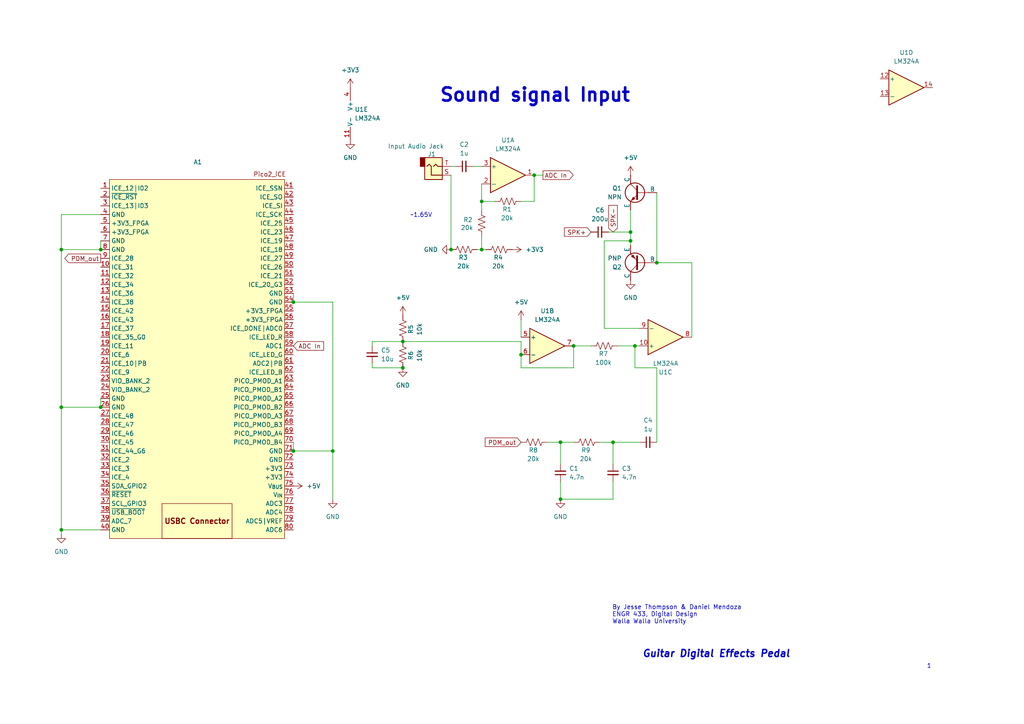
<source format=kicad_sch>
(kicad_sch (version 20250114) (generator "eeschema") (generator_version "9.0")
  (paper "A4")
  (lib_symbols
    (symbol "Amplifier_Operational:LM324A" (pin_names (offset 0.127))
      (property "Reference" "U" (at 0 5.08 0))
      (property "Value" "LM324A" (at 0 -5.08 0))
      (symbol "LM324A_1_1"
        (polyline (pts (xy -5.08 5.08) (xy 5.08 0) (xy -5.08 -5.08) (xy -5.08 5.08)) (stroke (width 0.254)) (fill (type background)))
        (pin input line (at -7.62 2.54 0) (length 2.54) (name "+") (number "3"))
        (pin input line (at -7.62 -2.54 0) (length 2.54) (name "-") (number "2"))
        (pin output line (at 7.62 0 180) (length 2.54) (name "~") (number "1"))
      )
      (symbol "LM324A_2_1"
        (polyline (pts (xy -5.08 5.08) (xy 5.08 0) (xy -5.08 -5.08) (xy -5.08 5.08)) (stroke (width 0.254)) (fill (type background)))
        (pin input line (at -7.62 2.54 0) (length 2.54) (name "+") (number "5"))
        (pin input line (at -7.62 -2.54 0) (length 2.54) (name "-") (number "6"))
        (pin output line (at 7.62 0 180) (length 2.54) (name "~") (number "7"))
      )
      (symbol "LM324A_3_1"
        (polyline (pts (xy -5.08 5.08) (xy 5.08 0) (xy -5.08 -5.08) (xy -5.08 5.08)) (stroke (width 0.254)) (fill (type background)))
        (pin input line (at -7.62 2.54 0) (length 2.54) (name "+") (number "10"))
        (pin input line (at -7.62 -2.54 0) (length 2.54) (name "-") (number "9"))
        (pin output line (at 7.62 0 180) (length 2.54) (name "~") (number "8"))
      )
      (symbol "LM324A_4_1"
        (polyline (pts (xy -5.08 5.08) (xy 5.08 0) (xy -5.08 -5.08) (xy -5.08 5.08)) (stroke (width 0.254)) (fill (type background)))
        (pin input line (at -7.62 2.54 0) (length 2.54) (name "+") (number "12"))
        (pin input line (at -7.62 -2.54 0) (length 2.54) (name "-") (number "13"))
        (pin output line (at 7.62 0 180) (length 2.54) (name "~") (number "14"))
      )
      (symbol "LM324A_5_1"
        (pin power_in line (at -2.54 7.62 270) (length 3.81) (name "V+") (number "4"))
        (pin power_in line (at -2.54 -7.62 90) (length 3.81) (name "V-") (number "11"))
      )
    )
    (symbol "Connector_Audio:NJ2FD-V"
      (property "Reference" "J" (at 0 8.89 0))
      (property "Value" "NJ2FD-V" (at 0 6.35 0))
      (symbol "NJ2FD-V_0_1"
        (rectangle (start -3.81 0) (end -2.54 -2.54) (stroke (width 0.254)) (fill (type outline)))
        (rectangle (start -2.54 3.81) (end 2.54 -2.54) (stroke (width 0.254)) (fill (type background)))
        (polyline (pts (xy 0 0) (xy 0.635 -0.635) (xy 1.27 0) (xy 2.54 0)) (stroke (width 0.254)))
        (polyline (pts (xy 2.54 2.54) (xy -0.635 2.54) (xy -0.635 0) (xy -1.27 -0.635) (xy -1.905 0)) (stroke (width 0.254)))
      )
      (symbol "NJ2FD-V_1_1"
        (pin passive line (at 5.08 2.54 180) (length 2.54) (name "~") (number "S"))
        (pin passive line (at 5.08 0 180) (length 2.54) (name "~") (number "T"))
      )
    )
    (symbol "Device:C_Small" (pin_numbers (hide yes)) (pin_names (offset 0.254) (hide yes))
      (property "Reference" "C" (at 0.254 1.778 0))
      (property "Value" "C_Small" (at 0.254 -2.032 0))
      (symbol "C_Small_0_1"
        (polyline (pts (xy -1.524 0.508) (xy 1.524 0.508)) (stroke (width 0.3048)))
        (polyline (pts (xy -1.524 -0.508) (xy 1.524 -0.508)) (stroke (width 0.3302)))
      )
      (symbol "C_Small_1_1"
        (pin passive line (at 0 2.54 270) (length 2.032) (name "~") (number "1"))
        (pin passive line (at 0 -2.54 90) (length 2.032) (name "~") (number "2"))
      )
    )
    (symbol "Device:R_US" (pin_numbers (hide yes)) (pin_names (offset 0))
      (property "Reference" "R" (at 2.54 0 90))
      (property "Value" "R_US" (at -2.54 0 90))
      (symbol "R_US_0_1"
        (polyline (pts (xy 0 2.286) (xy 0 2.54)))
        (polyline (pts (xy 0 2.286) (xy 1.016 1.905) (xy 0 1.524) (xy -1.016 1.143) (xy 0 0.762)))
        (polyline (pts (xy 0 0.762) (xy 1.016 0.381) (xy 0 0) (xy -1.016 -0.381) (xy 0 -0.762)))
        (polyline (pts (xy 0 -0.762) (xy 1.016 -1.143) (xy 0 -1.524) (xy -1.016 -1.905) (xy 0 -2.286)))
        (polyline (pts (xy 0 -2.286) (xy 0 -2.54)))
      )
      (symbol "R_US_1_1"
        (pin passive line (at 0 3.81 270) (length 1.27) (name "~") (number "1"))
        (pin passive line (at 0 -3.81 90) (length 1.27) (name "~") (number "2"))
      )
    )
    (symbol "MCU_Module:Pico2_iCE"
      (property "Reference" "A" (at -24.638 51.308 0))
      (symbol "Pico2_iCE_1_1"
        (rectangle (start -25.4 49.53) (end 25.4 -54.61) (fill (type background)))
        (rectangle (start -10.16 -54.61) (end 10.16 -44.45))
        (text "USBC Connector" (at 0 -49.53 0) (effects (font (size 1.524 1.524) (thickness 0.3048) (bold yes))))
        (text "Pico2_iCE" (at 21.082 51.054 0) (effects (font (size 1.27 1.27))))
        (pin bidirectional line (at -27.94 46.99 0) (length 2.54) (name "ICE_12|I02") (number "1"))
        (pin input line (at -27.94 44.45 0) (length 2.54) (name "~{ICE_RST}") (number "2"))
        (pin bidirectional line (at -27.94 41.91 0) (length 2.54) (name "ICE_13|I03") (number "3"))
        (pin bidirectional line (at -27.94 39.37 0) (length 2.54) (name "GND") (number "4"))
        (pin output line (at -27.94 36.83 0) (length 2.54) (name "+3V3_FPGA") (number "5"))
        (pin output line (at -27.94 34.29 0) (length 2.54) (name "+3V3_FPGA") (number "6"))
        (pin bidirectional line (at -27.94 31.75 0) (length 2.54) (name "GND") (number "7"))
        (pin bidirectional line (at -27.94 29.21 0) (length 2.54) (name "GND") (number "8"))
        (pin bidirectional line (at -27.94 26.67 0) (length 2.54) (name "ICE_28") (number "9"))
        (pin bidirectional line (at -27.94 24.13 0) (length 2.54) (name "ICE_31") (number "10"))
        (pin bidirectional line (at -27.94 21.59 0) (length 2.54) (name "ICE_32") (number "11"))
        (pin bidirectional line (at -27.94 19.05 0) (length 2.54) (name "ICE_34") (number "12"))
        (pin bidirectional line (at -27.94 16.51 0) (length 2.54) (name "ICE_36") (number "13"))
        (pin bidirectional line (at -27.94 13.97 0) (length 2.54) (name "ICE_38") (number "14"))
        (pin bidirectional line (at -27.94 11.43 0) (length 2.54) (name "ICE_42") (number "15"))
        (pin bidirectional line (at -27.94 8.89 0) (length 2.54) (name "ICE_43") (number "16"))
        (pin bidirectional line (at -27.94 6.35 0) (length 2.54) (name "ICE_37") (number "17"))
        (pin bidirectional line (at -27.94 3.81 0) (length 2.54) (name "ICE_35_G0") (number "18"))
        (pin bidirectional line (at -27.94 1.27 0) (length 2.54) (name "ICE_11") (number "19"))
        (pin bidirectional line (at -27.94 -1.27 0) (length 2.54) (name "ICE_6") (number "20"))
        (pin bidirectional line (at -27.94 -3.81 0) (length 2.54) (name "ICE_10|PB") (number "21"))
        (pin bidirectional line (at -27.94 -6.35 0) (length 2.54) (name "ICE_9") (number "22"))
        (pin input line (at -27.94 -8.89 0) (length 2.54) (name "VIO_BANK_2") (number "23"))
        (pin input line (at -27.94 -11.43 0) (length 2.54) (name "VIO_BANK_2") (number "24"))
        (pin bidirectional line (at -27.94 -13.97 0) (length 2.54) (name "GND") (number "25"))
        (pin bidirectional line (at -27.94 -16.51 0) (length 2.54) (name "GND") (number "26"))
        (pin bidirectional line (at -27.94 -19.05 0) (length 2.54) (name "ICE_48") (number "27"))
        (pin bidirectional line (at -27.94 -21.59 0) (length 2.54) (name "ICE_47") (number "28"))
        (pin bidirectional line (at -27.94 -24.13 0) (length 2.54) (name "ICE_46") (number "29"))
        (pin bidirectional line (at -27.94 -26.67 0) (length 2.54) (name "ICE_45") (number "30"))
        (pin bidirectional line (at -27.94 -29.21 0) (length 2.54) (name "ICE_44_G6") (number "31"))
        (pin bidirectional line (at -27.94 -31.75 0) (length 2.54) (name "ICE_2") (number "32"))
        (pin bidirectional line (at -27.94 -34.29 0) (length 2.54) (name "ICE_3") (number "33"))
        (pin bidirectional line (at -27.94 -36.83 0) (length 2.54) (name "ICE_4") (number "34"))
        (pin bidirectional line (at -27.94 -39.37 0) (length 2.54) (name "SDA_GPIO2") (number "35"))
        (pin input line (at -27.94 -41.91 0) (length 2.54) (name "~{RESET}") (number "36"))
        (pin bidirectional line (at -27.94 -44.45 0) (length 2.54) (name "SCL_GPIO3") (number "37"))
        (pin input line (at -27.94 -46.99 0) (length 2.54) (name "~{USB_BOOT}") (number "38"))
        (pin input line (at -27.94 -49.53 0) (length 2.54) (name "ADC_7") (number "39"))
        (pin bidirectional line (at -27.94 -52.07 0) (length 2.54) (name "GND") (number "40"))
        (pin input line (at 27.94 46.99 180) (length 2.54) (name "ICE_SSN") (number "41"))
        (pin output line (at 27.94 44.45 180) (length 2.54) (name "ICE_SO") (number "42"))
        (pin input line (at 27.94 41.91 180) (length 2.54) (name "ICE_SI") (number "43"))
        (pin bidirectional line (at 27.94 39.37 180) (length 2.54) (name "ICE_SCK") (number "44"))
        (pin bidirectional line (at 27.94 36.83 180) (length 2.54) (name "ICE_25") (number "45"))
        (pin bidirectional line (at 27.94 34.29 180) (length 2.54) (name "ICE_23") (number "46"))
        (pin bidirectional line (at 27.94 31.75 180) (length 2.54) (name "ICE_19") (number "47"))
        (pin bidirectional line (at 27.94 29.21 180) (length 2.54) (name "ICE_18") (number "48"))
        (pin bidirectional line (at 27.94 26.67 180) (length 2.54) (name "ICE_27") (number "49"))
        (pin bidirectional line (at 27.94 24.13 180) (length 2.54) (name "ICE_26") (number "50"))
        (pin bidirectional line (at 27.94 21.59 180) (length 2.54) (name "ICE_21") (number "51"))
        (pin bidirectional line (at 27.94 19.05 180) (length 2.54) (name "ICE_20_G3") (number "52"))
        (pin bidirectional line (at 27.94 16.51 180) (length 2.54) (name "GND") (number "53"))
        (pin bidirectional line (at 27.94 13.97 180) (length 2.54) (name "GND") (number "54"))
        (pin output line (at 27.94 11.43 180) (length 2.54) (name "+3V3_FPGA") (number "55"))
        (pin output line (at 27.94 8.89 180) (length 2.54) (name "+3V3_FPGA") (number "56"))
        (pin bidirectional line (at 27.94 6.35 180) (length 2.54) (name "ICE_DONE|ADC0") (number "57"))
        (pin bidirectional line (at 27.94 3.81 180) (length 2.54) (name "ICE_LED_R") (number "58"))
        (pin input line (at 27.94 1.27 180) (length 2.54) (name "ADC1") (number "59"))
        (pin bidirectional line (at 27.94 -1.27 180) (length 2.54) (name "ICE_LED_G") (number "60"))
        (pin input line (at 27.94 -3.81 180) (length 2.54) (name "ADC2|PB") (number "61"))
        (pin bidirectional line (at 27.94 -6.35 180) (length 2.54) (name "ICE_LED_B") (number "62"))
        (pin bidirectional line (at 27.94 -8.89 180) (length 2.54) (name "PICO_PMOD_A1") (number "63"))
        (pin bidirectional line (at 27.94 -11.43 180) (length 2.54) (name "PICO_PMOD_B1") (number "64"))
        (pin bidirectional line (at 27.94 -13.97 180) (length 2.54) (name "PICO_PMOD_A2") (number "65"))
        (pin bidirectional line (at 27.94 -16.51 180) (length 2.54) (name "PICO_PMOD_B2") (number "66"))
        (pin bidirectional line (at 27.94 -19.05 180) (length 2.54) (name "PICO_PMOD_A3") (number "67"))
        (pin bidirectional line (at 27.94 -21.59 180) (length 2.54) (name "PICO_PMOD_B3") (number "68"))
        (pin bidirectional line (at 27.94 -24.13 180) (length 2.54) (name "PICO_PMOD_A4") (number "69"))
        (pin bidirectional line (at 27.94 -26.67 180) (length 2.54) (name "PICO_PMOD_B4") (number "70"))
        (pin bidirectional line (at 27.94 -29.21 180) (length 2.54) (name "GND") (number "71"))
        (pin bidirectional line (at 27.94 -31.75 180) (length 2.54) (name "GND") (number "72"))
        (pin output line (at 27.94 -34.29 180) (length 2.54) (name "+3V3") (number "73"))
        (pin output line (at 27.94 -36.83 180) (length 2.54) (name "+3V3") (number "74"))
        (pin bidirectional line (at 27.94 -39.37 180) (length 2.54) (name "V_{BUS}") (number "75"))
        (pin bidirectional line (at 27.94 -41.91 180) (length 2.54) (name "V_{IN}") (number "76"))
        (pin input line (at 27.94 -44.45 180) (length 2.54) (name "ADC3") (number "77"))
        (pin input line (at 27.94 -46.99 180) (length 2.54) (name "ADC4") (number "78"))
        (pin input line (at 27.94 -49.53 180) (length 2.54) (name "ADC5|VREF") (number "79"))
        (pin input line (at 27.94 -52.07 180) (length 2.54) (name "ADC6") (number "80"))
      )
    )
    (symbol "Simulation_SPICE:NPN" (pin_numbers (hide yes)) (pin_names (offset 0))
      (property "Reference" "Q" (at -2.54 7.62 0))
      (property "Value" "NPN" (at -2.54 5.08 0))
      (symbol "NPN_0_1"
        (polyline (pts (xy -2.54 0) (xy 0.635 0)) (stroke (width 0.1524)))
        (polyline (pts (xy 0.635 1.905) (xy 0.635 -1.905) (xy 0.635 -1.905)) (stroke (width 0.508)))
        (polyline (pts (xy 0.635 0.635) (xy 2.54 2.54)))
        (polyline (pts (xy 0.635 -0.635) (xy 2.54 -2.54) (xy 2.54 -2.54)))
        (circle (center 1.27 0) (radius 2.8194) (stroke (width 0.254)))
        (polyline (pts (xy 1.27 -1.778) (xy 1.778 -1.27) (xy 2.286 -2.286) (xy 1.27 -1.778) (xy 1.27 -1.778)) (fill (type outline)))
        (polyline (pts (xy 2.794 -1.27) (xy 2.794 -1.27)) (stroke (width 0.1524)))
        (polyline (pts (xy 2.794 -1.27) (xy 2.794 -1.27)) (stroke (width 0.1524)))
      )
      (symbol "NPN_1_1"
        (pin input line (at -5.08 0 0) (length 2.54) (name "B") (number "2"))
        (pin open_collector line (at 2.54 5.08 270) (length 2.54) (name "C") (number "1"))
        (pin open_emitter line (at 2.54 -5.08 90) (length 2.54) (name "E") (number "3"))
      )
    )
    (symbol "Simulation_SPICE:PNP" (pin_numbers (hide yes)) (pin_names (offset 0))
      (property "Reference" "Q" (at -2.54 7.62 0))
      (property "Value" "PNP" (at -2.54 5.08 0))
      (symbol "PNP_0_1"
        (polyline (pts (xy -2.54 0) (xy 0.635 0)) (stroke (width 0.1524)))
        (polyline (pts (xy 0.635 1.905) (xy 0.635 -1.905) (xy 0.635 -1.905)) (stroke (width 0.508)))
        (polyline (pts (xy 0.635 0.635) (xy 2.54 2.54)))
        (polyline (pts (xy 0.635 -0.635) (xy 2.54 -2.54) (xy 2.54 -2.54)))
        (circle (center 1.27 0) (radius 2.8194) (stroke (width 0.254)))
        (polyline (pts (xy 2.286 -1.778) (xy 1.778 -2.286) (xy 1.27 -1.27) (xy 2.286 -1.778) (xy 2.286 -1.778)) (fill (type outline)))
      )
      (symbol "PNP_1_1"
        (pin input line (at -5.08 0 0) (length 2.54) (name "B") (number "2"))
        (pin open_collector line (at 2.54 5.08 270) (length 2.54) (name "C") (number "1"))
        (pin open_emitter line (at 2.54 -5.08 90) (length 2.54) (name "E") (number "3"))
      )
    )
    (symbol "power:+3V3" (power) (pin_numbers (hide yes)) (pin_names (offset 0) (hide yes))
      (property "Value" "+3V3" (at 0 3.556 0))
      (symbol "+3V3_0_1"
        (polyline (pts (xy -0.762 1.27) (xy 0 2.54)))
        (polyline (pts (xy 0 2.54) (xy 0.762 1.27)))
        (polyline (pts (xy 0 0) (xy 0 2.54)))
      )
      (symbol "+3V3_1_1"
        (pin power_in line (at 0 0 90) (length 0) (name "~") (number "1"))
      )
    )
    (symbol "power:+5V" (power) (pin_numbers (hide yes)) (pin_names (offset 0) (hide yes))
      (property "Value" "+5V" (at 0 3.556 0))
      (symbol "+5V_0_1"
        (polyline (pts (xy -0.762 1.27) (xy 0 2.54)))
        (polyline (pts (xy 0 2.54) (xy 0.762 1.27)))
        (polyline (pts (xy 0 0) (xy 0 2.54)))
      )
      (symbol "+5V_1_1"
        (pin power_in line (at 0 0 90) (length 0) (name "~") (number "1"))
      )
    )
    (symbol "power:GND" (power) (pin_numbers (hide yes)) (pin_names (offset 0) (hide yes))
      (property "Value" "GND" (at 0 -3.81 0))
      (symbol "GND_0_1"
        (polyline (pts (xy 0 0) (xy 0 -1.27) (xy 1.27 -1.27) (xy 0 -2.54) (xy -1.27 -1.27) (xy 0 -1.27)))
      )
      (symbol "GND_1_1"
        (pin power_in line (at 0 0 270) (length 0) (name "~") (number "1"))
      )
    )
  )
  (text "Sound signal Input" (at 155.194 27.686 0) (effects (font (size 3.81 3.81) (thickness 0.762) (bold yes))))
  (text "~1.65V" (at 122.174 62.484 0) (effects (font (size 1.27 1.27))))
  (text "By Jesse Thompson & Daniel Mendoza\nENGR 433, Digital Design\nWalla Walla University" (at 177.546 178.308 0) (effects (font (size 1.27 1.27) (thickness 0.1588)) (justify left)))
  (text "Guitar Digital Effects Pedal" (at 207.772 189.738 0) (effects (font (size 2.032 2.032) (thickness 0.4064) (bold yes) (italic yes))))
  (text "1" (at 269.494 193.294 0) (effects (font (size 1.27 1.27))))
  (junction (at 116.84 99.06))
  (junction (at 96.52 130.81))
  (junction (at 17.78 72.39))
  (junction (at 151.13 102.87))
  (junction (at 130.81 72.39))
  (junction (at 29.21 118.11))
  (junction (at 166.37 100.33))
  (junction (at 116.84 106.68))
  (junction (at 182.88 69.85))
  (junction (at 154.94 50.8))
  (junction (at 139.7 72.39))
  (junction (at 162.56 144.78))
  (junction (at 85.09 130.81))
  (junction (at 162.56 128.27))
  (junction (at 190.5 76.2))
  (junction (at 85.09 87.63))
  (junction (at 182.88 67.31))
  (junction (at 184.15 100.33))
  (junction (at 29.21 72.39))
  (junction (at 17.78 153.67))
  (junction (at 139.7 58.42))
  (junction (at 177.8 128.27))
  (junction (at 17.78 118.11))
  (wire (pts (xy 139.7 68.58) (xy 139.7 72.39)))
  (wire (pts (xy 85.09 128.27) (xy 85.09 130.81)))
  (wire (pts (xy 177.8 128.27) (xy 177.8 134.62)))
  (wire (pts (xy 151.13 58.42) (xy 154.94 58.42)))
  (wire (pts (xy 85.09 130.81) (xy 96.52 130.81)))
  (wire (pts (xy 166.37 106.68) (xy 166.37 100.33)))
  (wire (pts (xy 116.84 99.06) (xy 151.13 99.06)))
  (wire (pts (xy 173.99 128.27) (xy 177.8 128.27)))
  (wire (pts (xy 107.95 106.68) (xy 116.84 106.68)))
  (wire (pts (xy 162.56 128.27) (xy 166.37 128.27)))
  (wire (pts (xy 162.56 128.27) (xy 162.56 134.62)))
  (wire (pts (xy 177.8 128.27) (xy 185.42 128.27)))
  (wire (pts (xy 139.7 53.34) (xy 139.7 58.42)))
  (wire (pts (xy 17.78 118.11) (xy 17.78 153.67)))
  (wire (pts (xy 158.75 128.27) (xy 162.56 128.27)))
  (wire (pts (xy 190.5 55.88) (xy 190.5 76.2)))
  (wire (pts (xy 29.21 72.39) (xy 17.78 72.39)))
  (wire (pts (xy 151.13 99.06) (xy 151.13 102.87)))
  (wire (pts (xy 29.21 115.57) (xy 29.21 118.11)))
  (wire (pts (xy 130.81 48.26) (xy 132.08 48.26)))
  (wire (pts (xy 139.7 48.26) (xy 137.16 48.26)))
  (wire (pts (xy 175.26 69.85) (xy 182.88 69.85)))
  (wire (pts (xy 166.37 100.33) (xy 171.45 100.33)))
  (wire (pts (xy 96.52 87.63) (xy 96.52 130.81)))
  (wire (pts (xy 151.13 102.87) (xy 151.13 106.68)))
  (wire (pts (xy 151.13 106.68) (xy 166.37 106.68)))
  (wire (pts (xy 17.78 62.23) (xy 17.78 72.39)))
  (wire (pts (xy 29.21 69.85) (xy 29.21 72.39)))
  (wire (pts (xy 107.95 100.33) (xy 107.95 99.06)))
  (wire (pts (xy 200.66 76.2) (xy 190.5 76.2)))
  (wire (pts (xy 29.21 118.11) (xy 17.78 118.11)))
  (wire (pts (xy 175.26 95.25) (xy 175.26 69.85)))
  (wire (pts (xy 190.5 106.68) (xy 184.15 106.68)))
  (wire (pts (xy 154.94 58.42) (xy 154.94 50.8)))
  (wire (pts (xy 177.8 139.7) (xy 177.8 144.78)))
  (wire (pts (xy 107.95 105.41) (xy 107.95 106.68)))
  (wire (pts (xy 29.21 62.23) (xy 17.78 62.23)))
  (wire (pts (xy 85.09 87.63) (xy 96.52 87.63)))
  (wire (pts (xy 107.95 99.06) (xy 116.84 99.06)))
  (wire (pts (xy 151.13 92.71) (xy 151.13 97.79)))
  (wire (pts (xy 139.7 58.42) (xy 143.51 58.42)))
  (wire (pts (xy 190.5 128.27) (xy 190.5 106.68)))
  (wire (pts (xy 139.7 72.39) (xy 140.97 72.39)))
  (wire (pts (xy 184.15 106.68) (xy 184.15 100.33)))
  (wire (pts (xy 182.88 60.96) (xy 182.88 67.31)))
  (wire (pts (xy 138.43 72.39) (xy 139.7 72.39)))
  (wire (pts (xy 139.7 60.96) (xy 139.7 58.42)))
  (wire (pts (xy 29.21 153.67) (xy 17.78 153.67)))
  (wire (pts (xy 179.07 100.33) (xy 184.15 100.33)))
  (wire (pts (xy 17.78 153.67) (xy 17.78 154.94)))
  (wire (pts (xy 182.88 67.31) (xy 182.88 69.85)))
  (wire (pts (xy 162.56 139.7) (xy 162.56 144.78)))
  (wire (pts (xy 182.88 69.85) (xy 182.88 71.12)))
  (wire (pts (xy 185.42 95.25) (xy 175.26 95.25)))
  (wire (pts (xy 96.52 130.81) (xy 96.52 144.78)))
  (wire (pts (xy 184.15 100.33) (xy 185.42 100.33)))
  (wire (pts (xy 85.09 85.09) (xy 85.09 87.63)))
  (wire (pts (xy 154.94 50.8) (xy 157.48 50.8)))
  (wire (pts (xy 17.78 72.39) (xy 17.78 118.11)))
  (wire (pts (xy 176.53 67.31) (xy 182.88 67.31)))
  (wire (pts (xy 177.8 144.78) (xy 162.56 144.78)))
  (wire (pts (xy 130.81 50.8) (xy 130.81 72.39)))
  (wire (pts (xy 200.66 97.79) (xy 200.66 76.2)))
  (global_label "PDM_out" (shape output) (at 29.21 74.93 180) (property "Intersheetrefs" "${INTERSHEET_REFS}" (effects (hide yes))))
  (global_label "SPK+" (shape input) (at 171.45 67.31 180) (property "Intersheetrefs" "${INTERSHEET_REFS}" (effects (hide yes))))
  (global_label "SPK-" (shape input) (at 177.8 67.31 90) (property "Intersheetrefs" "${INTERSHEET_REFS}" (effects (hide yes))))
  (global_label "ADC In" (shape input) (at 85.09 100.33 0) (property "Intersheetrefs" "${INTERSHEET_REFS}" (effects (hide yes))))
  (global_label "PDM_out" (shape input) (at 151.13 128.27 180) (property "Intersheetrefs" "${INTERSHEET_REFS}" (effects (hide yes))))
  (global_label "ADC In" (shape output) (at 157.48 50.8 0) (property "Intersheetrefs" "${INTERSHEET_REFS}" (effects (hide yes))))
  (symbol (lib_id "Simulation_SPICE:PNP") (at 185.42 76.2 180) (unit 1)
    (property "Reference" "Q2" (at 180.34 77.4701 0) (effects (justify left)))
    (property "Value" "PNP" (at 180.34 74.9301 0) (effects (justify left)))
    (property "Datasheet" "https://ngspice.sourceforge.io/docs/ngspice-html-manual/manual.xhtml#cha_BJTs" (effects (hide yes)))
    (property "Description" "Bipolar transistor symbol for simulation only, substrate tied to the emitter" (effects (hide yes)))
    (property "Sim.Device" "PNP" (effects (hide yes)))
    (property "Sim.Type" "GUMMELPOON" (effects (hide yes)))
    (property "Sim.Pins" "1=C 2=B 3=E" (effects (hide yes)))
  )
  (symbol (lib_id "power:+5V") (at 151.13 92.71 0) (unit 1)
    (property "Reference" "#PWR06" (effects (hide yes)))
    (property "Value" "+5V" (at 151.13 87.63 0))
    (property "Description" "Power symbol creates a global label with name \"+5V\"" (effects (hide yes)))
  )
  (symbol (lib_id "Amplifier_Operational:LM324A") (at 193.04 97.79 0) (mirror x) (unit 3)
    (property "Reference" "U1" (at 193.04 107.95 0))
    (property "Value" "LM324A" (at 193.04 105.41 0))
    (property "Datasheet" "http://www.ti.com/lit/ds/symlink/lm2902-n.pdf" (effects (hide yes)))
    (property "Description" "Low-Power, Quad-Operational Amplifiers, DIP-14/SOIC-14/SSOP-14" (effects (hide yes)))
  )
  (symbol (lib_id "MCU_Module:Pico2_iCE") (at 57.15 101.6 0) (unit 1)
    (property "Reference" "A1" (at 57.3749 46.99 0))
  )
  (symbol (lib_id "power:+3V3") (at 148.59 72.39 270) (unit 1)
    (property "Reference" "#PWR03" (effects (hide yes)))
    (property "Value" "+3V3" (at 152.4 72.3899 90) (effects (justify left)))
    (property "Description" "Power symbol creates a global label with name \"+3V3\"" (effects (hide yes)))
  )
  (symbol (lib_id "Device:R_US") (at 144.78 72.39 270) (unit 1)
    (property "Reference" "R4" (at 144.526 74.676 90))
    (property "Value" "20k" (at 144.526 77.216 90))
    (property "Description" "Resistor, US symbol" (effects (hide yes)))
  )
  (symbol (lib_id "power:GND") (at 130.81 72.39 270) (unit 1)
    (property "Reference" "#PWR04" (effects (hide yes)))
    (property "Value" "GND" (at 127 72.3899 90) (effects (justify right)))
    (property "Description" "Power symbol creates a global label with name \"GND\" , ground" (effects (hide yes)))
  )
  (symbol (lib_id "power:GND") (at 162.56 144.78 0) (unit 1)
    (property "Reference" "#PWR011" (effects (hide yes)))
    (property "Value" "GND" (at 162.56 149.86 0))
    (property "Description" "Power symbol creates a global label with name \"GND\" , ground" (effects (hide yes)))
  )
  (symbol (lib_id "power:GND") (at 17.78 154.94 0) (unit 1)
    (property "Reference" "#PWR02" (effects (hide yes)))
    (property "Value" "GND" (at 17.78 160.02 0))
    (property "Description" "Power symbol creates a global label with name \"GND\" , ground" (effects (hide yes)))
  )
  (symbol (lib_id "Amplifier_Operational:LM324A") (at 147.32 50.8 0) (unit 1)
    (property "Reference" "U1" (at 147.32 40.64 0))
    (property "Value" "LM324A" (at 147.32 43.18 0))
    (property "Datasheet" "http://www.ti.com/lit/ds/symlink/lm2902-n.pdf" (effects (hide yes)))
    (property "Description" "Low-Power, Quad-Operational Amplifiers, DIP-14/SOIC-14/SSOP-14" (effects (hide yes)))
  )
  (symbol (lib_id "Amplifier_Operational:LM324A") (at 104.14 33.02 0) (unit 5)
    (property "Reference" "U1" (at 102.87 31.7499 0) (effects (justify left)))
    (property "Value" "LM324A" (at 102.87 34.2899 0) (effects (justify left)))
    (property "Datasheet" "http://www.ti.com/lit/ds/symlink/lm2902-n.pdf" (effects (hide yes)))
    (property "Description" "Low-Power, Quad-Operational Amplifiers, DIP-14/SOIC-14/SSOP-14" (effects (hide yes)))
  )
  (symbol (lib_id "power:GND") (at 182.88 81.28 0) (unit 1)
    (property "Reference" "#PWR013" (effects (hide yes)))
    (property "Value" "GND" (at 182.88 86.36 0))
    (property "Description" "Power symbol creates a global label with name \"GND\" , ground" (effects (hide yes)))
  )
  (symbol (lib_id "Device:C_Small") (at 134.62 48.26 90) (unit 1)
    (property "Reference" "C2" (at 134.6263 41.91 90))
    (property "Value" "1u" (at 134.6263 44.45 90))
    (property "Description" "Unpolarized capacitor, small symbol" (effects (hide yes)))
  )
  (symbol (lib_id "power:GND") (at 116.84 106.68 0) (unit 1)
    (property "Reference" "#PWR010" (effects (hide yes)))
    (property "Value" "GND" (at 116.84 111.76 0))
    (property "Description" "Power symbol creates a global label with name \"GND\" , ground" (effects (hide yes)))
  )
  (symbol (lib_id "Device:R_US") (at 170.18 128.27 270) (unit 1)
    (property "Reference" "R9" (at 169.926 130.556 90))
    (property "Value" "20k" (at 169.926 133.096 90))
    (property "Description" "Resistor, US symbol" (effects (hide yes)))
  )
  (symbol (lib_id "Device:R_US") (at 175.26 100.33 270) (unit 1)
    (property "Reference" "R7" (at 175.006 102.616 90))
    (property "Value" "100k" (at 175.006 105.156 90))
    (property "Description" "Resistor, US symbol" (effects (hide yes)))
  )
  (symbol (lib_id "power:+5V") (at 182.88 50.8 0) (unit 1)
    (property "Reference" "#PWR012" (effects (hide yes)))
    (property "Value" "+5V" (at 182.88 45.72 0))
    (property "Description" "Power symbol creates a global label with name \"+5V\"" (effects (hide yes)))
  )
  (symbol (lib_id "Device:R_US") (at 139.7 64.77 180) (unit 1)
    (property "Reference" "R2" (at 134.366 63.754 0) (effects (justify right)))
    (property "Value" "20k" (at 133.604 66.04 0) (effects (justify right)))
    (property "Description" "Resistor, US symbol" (effects (hide yes)))
  )
  (symbol (lib_id "power:+5V") (at 85.09 140.97 270) (unit 1)
    (property "Reference" "#PWR05" (effects (hide yes)))
    (property "Value" "+5V" (at 88.9 140.9699 90) (effects (justify left)))
    (property "Description" "Power symbol creates a global label with name \"+5V\"" (effects (hide yes)))
  )
  (symbol (lib_id "Device:R_US") (at 116.84 95.25 0) (unit 1)
    (property "Reference" "R5" (at 119.126 95.504 90))
    (property "Value" "10k" (at 121.666 95.504 90))
    (property "Description" "Resistor, US symbol" (effects (hide yes)))
  )
  (symbol (lib_id "power:+5V") (at 116.84 91.44 0) (unit 1)
    (property "Reference" "#PWR09" (effects (hide yes)))
    (property "Value" "+5V" (at 116.84 86.36 0))
    (property "Description" "Power symbol creates a global label with name \"+5V\"" (effects (hide yes)))
  )
  (symbol (lib_id "Connector_Audio:NJ2FD-V") (at 125.73 48.26 0) (mirror x) (unit 1)
    (property "Reference" "J1" (at 125.222 44.704 0))
    (property "Value" "Input Audio Jack" (at 120.65 42.418 0))
    (property "Footprint" "Connector_Audio:Jack_6.35mm" (effects (hide yes)))
    (property "Description" "6.35mm (1/4 in), Non-switching mono jack (T/S)" (effects (hide yes)))
  )
  (symbol (lib_id "Amplifier_Operational:LM324A") (at 158.75 100.33 0) (unit 2)
    (property "Reference" "U1" (at 158.75 90.17 0))
    (property "Value" "LM324A" (at 158.75 92.71 0))
    (property "Datasheet" "http://www.ti.com/lit/ds/symlink/lm2902-n.pdf" (effects (hide yes)))
    (property "Description" "Low-Power, Quad-Operational Amplifiers, DIP-14/SOIC-14/SSOP-14" (effects (hide yes)))
  )
  (symbol (lib_id "Device:R_US") (at 116.84 102.87 0) (unit 1)
    (property "Reference" "R6" (at 119.126 103.124 90))
    (property "Value" "10k" (at 121.666 103.124 90))
    (property "Description" "Resistor, US symbol" (effects (hide yes)))
  )
  (symbol (lib_id "Simulation_SPICE:NPN") (at 185.42 55.88 0) (mirror y) (unit 1)
    (property "Reference" "Q1" (at 180.34 54.6099 0) (effects (justify left)))
    (property "Value" "NPN" (at 180.34 57.1499 0) (effects (justify left)))
    (property "Datasheet" "https://ngspice.sourceforge.io/docs/ngspice-html-manual/manual.xhtml#cha_BJTs" (effects (hide yes)))
    (property "Description" "Bipolar transistor symbol for simulation only, substrate tied to the emitter" (effects (hide yes)))
    (property "Sim.Device" "NPN" (effects (hide yes)))
    (property "Sim.Type" "GUMMELPOON" (effects (hide yes)))
    (property "Sim.Pins" "1=C 2=B 3=E" (effects (hide yes)))
  )
  (symbol (lib_id "Device:C_Small") (at 107.95 102.87 0) (unit 1)
    (property "Reference" "C5" (at 110.49 101.6062 0) (effects (justify left)))
    (property "Value" "10u" (at 110.49 104.1462 0) (effects (justify left)))
    (property "Description" "Unpolarized capacitor, small symbol" (effects (hide yes)))
  )
  (symbol (lib_id "power:GND") (at 101.6 40.64 0) (unit 1)
    (property "Reference" "#PWR07" (effects (hide yes)))
    (property "Value" "GND" (at 101.6 45.72 0))
    (property "Description" "Power symbol creates a global label with name \"GND\" , ground" (effects (hide yes)))
  )
  (symbol (lib_id "Amplifier_Operational:LM324A") (at 262.89 25.4 0) (unit 4)
    (property "Reference" "U1" (at 262.89 15.24 0))
    (property "Value" "LM324A" (at 262.89 17.78 0))
    (property "Datasheet" "http://www.ti.com/lit/ds/symlink/lm2902-n.pdf" (effects (hide yes)))
    (property "Description" "Low-Power, Quad-Operational Amplifiers, DIP-14/SOIC-14/SSOP-14" (effects (hide yes)))
  )
  (symbol (lib_id "power:+3V3") (at 101.6 25.4 0) (unit 1)
    (property "Reference" "#PWR08" (effects (hide yes)))
    (property "Value" "+3V3" (at 101.6 20.32 0))
    (property "Description" "Power symbol creates a global label with name \"+3V3\"" (effects (hide yes)))
  )
  (symbol (lib_id "Device:C_Small") (at 162.56 137.16 180) (unit 1)
    (property "Reference" "C1" (at 165.1 135.8835 0) (effects (justify right)))
    (property "Value" "4.7n" (at 165.1 138.4235 0) (effects (justify right)))
    (property "Description" "Unpolarized capacitor, small symbol" (effects (hide yes)))
  )
  (symbol (lib_id "Device:R_US") (at 154.94 128.27 270) (unit 1)
    (property "Reference" "R8" (at 154.686 130.556 90))
    (property "Value" "20k" (at 154.686 133.096 90))
    (property "Description" "Resistor, US symbol" (effects (hide yes)))
  )
  (symbol (lib_id "Device:R_US") (at 134.62 72.39 270) (unit 1)
    (property "Reference" "R3" (at 134.366 74.676 90))
    (property "Value" "20k" (at 134.366 77.216 90))
    (property "Description" "Resistor, US symbol" (effects (hide yes)))
  )
  (symbol (lib_id "Device:R_US") (at 147.32 58.42 270) (unit 1)
    (property "Reference" "R1" (at 147.066 60.706 90))
    (property "Value" "20k" (at 147.066 63.246 90))
    (property "Description" "Resistor, US symbol" (effects (hide yes)))
  )
  (symbol (lib_id "Device:C_Small") (at 173.99 67.31 90) (unit 1)
    (property "Reference" "C6" (at 173.9963 60.96 90))
    (property "Value" "200u" (at 173.9963 63.5 90))
    (property "Description" "Unpolarized capacitor, small symbol" (effects (hide yes)))
  )
  (symbol (lib_id "Device:C_Small") (at 187.96 128.27 90) (unit 1)
    (property "Reference" "C4" (at 187.9663 121.92 90))
    (property "Value" "1u" (at 187.9663 124.46 90))
    (property "Description" "Unpolarized capacitor, small symbol" (effects (hide yes)))
  )
  (symbol (lib_id "Device:C_Small") (at 177.8 137.16 0) (unit 1)
    (property "Reference" "C3" (at 180.34 135.8962 0) (effects (justify left)))
    (property "Value" "4.7n" (at 180.34 138.4362 0) (effects (justify left)))
    (property "Description" "Unpolarized capacitor, small symbol" (effects (hide yes)))
  )
  (symbol (lib_id "power:GND") (at 96.52 144.78 0) (unit 1)
    (property "Reference" "#PWR01" (effects (hide yes)))
    (property "Value" "GND" (at 96.52 149.86 0))
    (property "Description" "Power symbol creates a global label with name \"GND\" , ground" (effects (hide yes)))
  )
)
</source>
